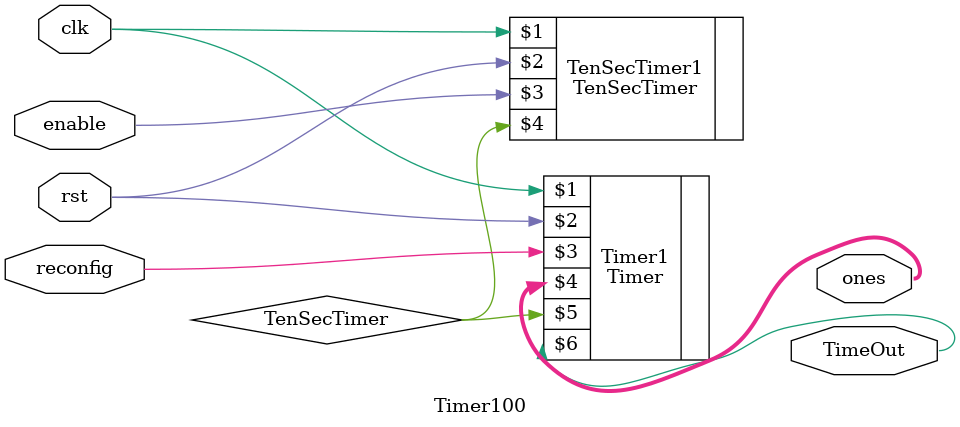
<source format=v>

module Timer100(clk, rst, enable, reconfig, TimeOut, ones);
   input clk, rst, enable, reconfig; 
   output TimeOut; 
   output [3:0] ones; 

   wire TenSecTimer; 

   TenSecTimer TenSecTimer1(clk, rst, enable, TenSecTimer); 
   Timer Timer1(clk, rst, reconfig, ones, TenSecTimer, TimeOut);    

endmodule
</source>
